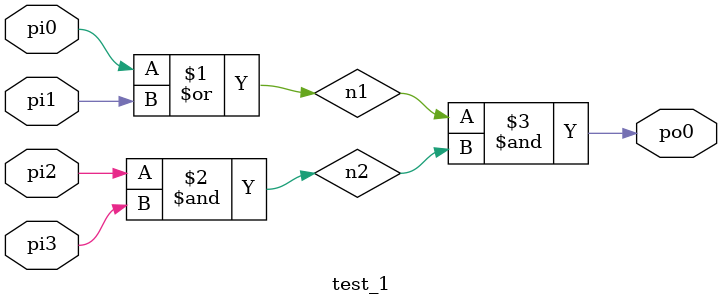
<source format=v>
module test_1 (
	pi0, pi1, pi2, pi3,
	po0);
  	input pi0, pi1, pi2, pi3;
  	output po0;
  	wire n1, n2;
	assign n1 = pi0 | pi1;
	assign n2 = pi2 & pi3;
	assign po0 = n1 & n2;
endmodule

// Y4(1, i1, i2, 1, 1, 1, i3, 0, 0, 0, i4, 0, 0, 0, 0)

</source>
